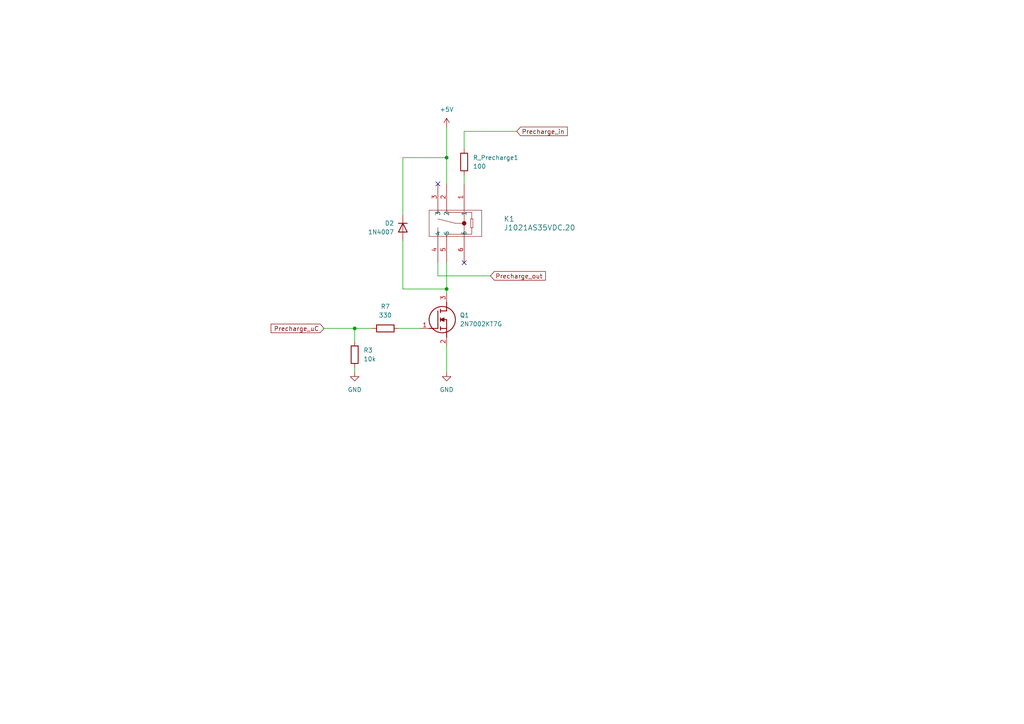
<source format=kicad_sch>
(kicad_sch (version 20250114) (generator "eeschema") (generator_version "9.0")
  (paper "A4")
  (lib_symbols
    (symbol "2N7002KT7G:2N7002KT7G" (pin_names (hide yes))
      (property "Reference" "Q" (at 11.43 3.81 0))
      (property "Value" "2N7002KT7G" (at 11.43 1.27 0))
      (symbol "2N7002KT7G_1_1"
        (polyline (pts (xy 2.54 0) (xy 5.08 0)) (stroke (width 0.254)))
        (polyline (pts (xy 5.08 5.08) (xy 5.08 0)) (stroke (width 0.254)))
        (polyline (pts (xy 5.842 5.588) (xy 5.842 4.572)) (stroke (width 0.254)))
        (polyline (pts (xy 5.842 2.54) (xy 6.858 3.048) (xy 6.858 2.032) (xy 5.842 2.54)) (stroke (width 0.254)) (fill (type outline)))
        (polyline (pts (xy 5.842 2.032) (xy 5.842 3.048)) (stroke (width 0.254)))
        (polyline (pts (xy 5.842 0) (xy 7.62 0)) (stroke (width 0.254)))
        (polyline (pts (xy 5.842 -0.508) (xy 5.842 0.508)) (stroke (width 0.254)))
        (circle (center 6.35 2.54) (radius 3.81) (stroke (width 0.254)))
        (polyline (pts (xy 7.62 5.08) (xy 5.842 5.08)) (stroke (width 0.254)))
        (polyline (pts (xy 7.62 5.08) (xy 7.62 7.62)) (stroke (width 0.254)))
        (polyline (pts (xy 7.62 2.54) (xy 5.842 2.54)) (stroke (width 0.254)))
        (polyline (pts (xy 7.62 2.54) (xy 7.62 -2.54)) (stroke (width 0.254)))
        (pin passive line (at 0 0 0) (length 2.54) (name "G") (number "1"))
        (pin passive line (at 7.62 10.16 270) (length 2.54) (name "D") (number "3"))
        (pin passive line (at 7.62 -5.08 90) (length 2.54) (name "S") (number "2"))
      )
    )
    (symbol "Device:R" (pin_numbers (hide yes)) (pin_names (offset 0))
      (property "Reference" "R" (at 2.032 0 90))
      (property "Value" "R" (at 0 0 90))
      (symbol "R_0_1"
        (rectangle (start -1.016 -2.54) (end 1.016 2.54) (stroke (width 0.254)))
      )
      (symbol "R_1_1"
        (pin passive line (at 0 3.81 270) (length 1.27) (name "~") (number "1"))
        (pin passive line (at 0 -3.81 90) (length 1.27) (name "~") (number "2"))
      )
    )
    (symbol "Diode:1N4007" (pin_numbers (hide yes)) (pin_names (hide yes))
      (property "Reference" "D" (at 0 2.54 0))
      (property "Value" "1N4007" (at 0 -2.54 0))
      (symbol "1N4007_0_1"
        (polyline (pts (xy -1.27 1.27) (xy -1.27 -1.27)) (stroke (width 0.254)))
        (polyline (pts (xy 1.27 1.27) (xy 1.27 -1.27) (xy -1.27 0) (xy 1.27 1.27)) (stroke (width 0.254)))
        (polyline (pts (xy 1.27 0) (xy -1.27 0)))
      )
      (symbol "1N4007_1_1"
        (pin passive line (at -3.81 0 0) (length 2.54) (name "K") (number "1"))
        (pin passive line (at 3.81 0 180) (length 2.54) (name "A") (number "2"))
      )
    )
    (symbol "J1021AS35VDC.20:J1021AS35VDC.20" (pin_names (offset 0.254))
      (property "Reference" "K1" (at 10.1599 6.35 90))
      (property "Value" "J1021AS35VDC.20" (at 12.6999 6.35 90))
      (symbol "J1021AS35VDC.20_0_1"
        (polyline (pts (xy 7.62 5.08) (xy 7.62 -10.16)) (stroke (width 0.127)))
        (polyline (pts (xy 7.62 0) (xy 15.24 0)) (stroke (width 0.127)))
        (polyline (pts (xy 7.62 -5.08) (xy 7.9375 -5.08)) (stroke (width 0.127)))
        (polyline (pts (xy 7.62 -7.62) (xy 7.9375 -7.62)) (stroke (width 0.127)))
        (polyline (pts (xy 7.62 -10.16) (xy 15.24 -10.16)) (stroke (width 0.127)))
        (arc (start 8.255 0.3048) (mid 8.5584 0) (end 8.255 -0.3048) (stroke (width 0.127)))
        (polyline (pts (xy 8.255 2.2225) (xy 8.255 0.3175)) (stroke (width 0.127)))
        (polyline (pts (xy 8.255 2.2225) (xy 10.16 2.2225)) (stroke (width 0.127)))
        (polyline (pts (xy 8.255 -0.3175) (xy 8.255 -4.7752)) (stroke (width 0.127)))
        (circle (center 8.255 -5.08) (radius 0.3048) (stroke (width 0.127)))
        (circle (center 8.255 -7.62) (radius 0.3048) (stroke (width 0.127)))
        (polyline (pts (xy 10.16 2.54) (xy 10.16 1.905)) (stroke (width 0.127)))
        (polyline (pts (xy 10.16 2.54) (xy 12.7 2.54)) (stroke (width 0.127)))
        (polyline (pts (xy 11.43 0) (xy 11.43 -2.54)) (stroke (width 0.127)))
        (circle (center 11.43 0) (radius 0.127) (stroke (width 0.508)))
        (polyline (pts (xy 11.43 -2.54) (xy 10.16 -7.62)) (stroke (width 0.127)))
        (polyline (pts (xy 12.7 2.54) (xy 12.7 1.905)) (stroke (width 0.127)))
        (polyline (pts (xy 12.7 2.2225) (xy 14.605 2.2225)) (stroke (width 0.127)))
        (polyline (pts (xy 12.7 1.905) (xy 10.16 1.905)) (stroke (width 0.127)))
        (polyline (pts (xy 14.2875 -7.62) (xy 12.7 -7.62)) (stroke (width 0.127)))
        (polyline (pts (xy 14.605 2.2225) (xy 14.605 0.3175)) (stroke (width 0.127)))
        (polyline (pts (xy 14.605 -0.3175) (xy 14.605 -4.7752)) (stroke (width 0.127)))
        (circle (center 14.605 -5.08) (radius 0.3048) (stroke (width 0.127)))
        (circle (center 14.605 -7.62) (radius 0.3048) (stroke (width 0.127)))
        (arc (start 14.605 -0.3048) (mid 14.3015 0) (end 14.605 0.3048) (stroke (width 0.127)))
        (polyline (pts (xy 14.9225 -7.62) (xy 15.24 -7.62)) (stroke (width 0.127)))
        (polyline (pts (xy 15.24 5.08) (xy 7.62 5.08)) (stroke (width 0.127)))
        (polyline (pts (xy 15.24 -5.08) (xy 14.9225 -5.08)) (stroke (width 0.127)))
        (polyline (pts (xy 15.24 -10.16) (xy 15.24 5.08)) (stroke (width 0.127)))
        (pin passive line (at 0 0 0) (length 7.62) (name "1") (number "1"))
        (pin passive line (at 0 -5.08 0) (length 7.62) (name "2") (number "2"))
        (pin passive line (at 0 -7.62 0) (length 7.62) (name "3") (number "3"))
        (pin passive line (at 22.86 0 180) (length 7.62) (name "6") (number "6"))
        (pin passive line (at 22.86 -5.08 180) (length 7.62) (name "5") (number "5"))
        (pin passive line (at 22.86 -7.62 180) (length 7.62) (name "4") (number "4"))
      )
    )
    (symbol "power:+5V" (power) (pin_numbers (hide yes)) (pin_names (offset 0) (hide yes))
      (property "Value" "+5V" (at 0 3.556 0))
      (symbol "+5V_0_1"
        (polyline (pts (xy -0.762 1.27) (xy 0 2.54)))
        (polyline (pts (xy 0 2.54) (xy 0.762 1.27)))
        (polyline (pts (xy 0 0) (xy 0 2.54)))
      )
      (symbol "+5V_1_1"
        (pin power_in line (at 0 0 90) (length 0) (name "~") (number "1"))
      )
    )
    (symbol "power:GND" (power) (pin_numbers (hide yes)) (pin_names (offset 0) (hide yes))
      (property "Value" "GND" (at 0 -3.81 0))
      (symbol "GND_0_1"
        (polyline (pts (xy 0 0) (xy 0 -1.27) (xy 1.27 -1.27) (xy 0 -2.54) (xy -1.27 -1.27) (xy 0 -1.27)))
      )
      (symbol "GND_1_1"
        (pin power_in line (at 0 0 270) (length 0) (name "~") (number "1"))
      )
    )
  )
  (junction (at 102.87 95.25))
  (junction (at 129.54 83.82))
  (junction (at 129.54 45.72))
  (no_connect (at 134.62 76.2))
  (no_connect (at 127 53.34))
  (wire (pts (xy 116.84 45.72) (xy 129.54 45.72)))
  (wire (pts (xy 116.84 62.23) (xy 116.84 45.72)))
  (wire (pts (xy 115.57 95.25) (xy 121.92 95.25)))
  (wire (pts (xy 102.87 107.95) (xy 102.87 106.68)))
  (wire (pts (xy 134.62 50.8) (xy 134.62 53.34)))
  (wire (pts (xy 102.87 95.25) (xy 102.87 99.06)))
  (wire (pts (xy 116.84 69.85) (xy 116.84 83.82)))
  (wire (pts (xy 129.54 100.33) (xy 129.54 107.95)))
  (wire (pts (xy 93.98 95.25) (xy 102.87 95.25)))
  (wire (pts (xy 129.54 76.2) (xy 129.54 83.82)))
  (wire (pts (xy 129.54 83.82) (xy 129.54 85.09)))
  (wire (pts (xy 102.87 95.25) (xy 107.95 95.25)))
  (wire (pts (xy 129.54 45.72) (xy 129.54 53.34)))
  (wire (pts (xy 129.54 36.83) (xy 129.54 45.72)))
  (wire (pts (xy 116.84 83.82) (xy 129.54 83.82)))
  (wire (pts (xy 134.62 38.1) (xy 134.62 43.18)))
  (wire (pts (xy 149.86 38.1) (xy 134.62 38.1)))
  (wire (pts (xy 127 76.2) (xy 127 80.01)))
  (wire (pts (xy 127 80.01) (xy 142.24 80.01)))
  (global_label "Precharge_uC" (shape input) (at 93.98 95.25 180) (property "Intersheetrefs" "${INTERSHEET_REFS}" (effects (hide yes))))
  (global_label "Precharge_out" (shape input) (at 142.24 80.01 0) (property "Intersheetrefs" "${INTERSHEET_REFS}" (effects (hide yes))))
  (global_label "Precharge_in" (shape input) (at 149.86 38.1 0) (property "Intersheetrefs" "${INTERSHEET_REFS}" (effects (hide yes))))
  (symbol (lib_id "Device:R") (at 134.62 46.99 0) (unit 1)
    (property "Reference" "R_Precharge1" (at 137.16 45.7199 0) (effects (justify left)))
    (property "Value" "100" (at 137.16 48.2599 0) (effects (justify left)))
    (property "Footprint" "Resistor_SMD:R_2816_7142Metric_Pad3.20x4.45mm_HandSolder" (effects (hide yes)))
    (property "Description" "Resistor" (effects (hide yes)))
  )
  (symbol (lib_id "Device:R") (at 111.76 95.25 270) (unit 1)
    (property "Reference" "R7" (at 111.76 88.9 90))
    (property "Value" "330" (at 111.76 91.44 90))
    (property "Footprint" "Resistor_SMD:R_0603_1608Metric_Pad0.98x0.95mm_HandSolder" (effects (hide yes)))
    (property "Description" "Resistor" (effects (hide yes)))
  )
  (symbol (lib_id "power:GND") (at 102.87 107.95 0) (unit 1)
    (property "Reference" "#PWR09" (effects (hide yes)))
    (property "Value" "GND" (at 102.87 113.03 0))
    (property "Description" "Power symbol creates a global label with name \"GND\" , ground" (effects (hide yes)))
  )
  (symbol (lib_id "power:GND") (at 129.54 107.95 0) (unit 1)
    (property "Reference" "#PWR016" (effects (hide yes)))
    (property "Value" "GND" (at 129.54 113.03 0))
    (property "Description" "Power symbol creates a global label with name \"GND\" , ground" (effects (hide yes)))
  )
  (symbol (lib_id "power:+5V") (at 129.54 36.83 0) (unit 1)
    (property "Reference" "#PWR014" (effects (hide yes)))
    (property "Value" "+5V" (at 129.54 31.75 0))
    (property "Description" "Power symbol creates a global label with name \"+5V\"" (effects (hide yes)))
  )
  (symbol (lib_id "J1021AS35VDC.20:J1021AS35VDC.20") (at 134.62 53.34 270) (unit 1)
    (property "Reference" "K1" (at 146.05 63.5 90) (effects (font (size 1.524 1.524)) (justify left)))
    (property "Value" "J1021AS35VDC.20" (at 146.05 66.04 90) (effects (font (size 1.524 1.524)) (justify left)))
    (property "Footprint" "J1021AS35VDC.20:J1021AS_CRS" (effects (hide yes)))
    (property "Datasheet" "J1021AS35VDC.20" (effects (hide yes)))
  )
  (symbol (lib_id "2N7002KT7G:2N7002KT7G") (at 121.92 95.25 0) (unit 1)
    (property "Reference" "Q1" (at 133.35 91.4399 0) (effects (justify left)))
    (property "Value" "2N7002KT7G" (at 133.35 93.9799 0) (effects (justify left)))
    (property "Footprint" "Package_TO_SOT_SMD:SOT-23-3" (effects (hide yes)))
    (property "Datasheet" "https://www.onsemi.com/pub/Collateral/2N7002K-D.PDF" (effects (hide yes)))
    (property "Description" "ESD Protected; Low RDS(on); Surface Mount Package; This is a Pb-Free Device; RoHS Compliant" (effects (hide yes)))
    (property "Height" "1.11" (effects (hide yes)))
    (property "Mouser Part Number" "863-2N7002KT7G" (effects (hide yes)))
    (property "Mouser Price/Stock" "https://www.mouser.co.uk/ProductDetail/onsemi/2N7002KT7G?qs=l7cgNqFNU1gweht7gPvu6A%3D%3D" (effects (hide yes)))
    (property "Manufacturer_Name" "onsemi" (effects (hide yes)))
    (property "Manufacturer_Part_Number" "2N7002KT7G" (effects (hide yes)))
  )
  (symbol (lib_id "Diode:1N4007") (at 116.84 66.04 90) (mirror x) (unit 1)
    (property "Reference" "D2" (at 114.3 64.7699 90) (effects (justify left)))
    (property "Value" "1N4007" (at 114.3 67.3099 90) (effects (justify left)))
    (property "Footprint" "Diode_SMD:D_SMA" (effects (hide yes)))
    (property "Datasheet" "http://www.vishay.com/docs/88503/1n4001.pdf" (effects (hide yes)))
    (property "Description" "1000V 1A General Purpose Rectifier Diode, DO-41" (effects (hide yes)))
    (property "Sim.Device" "D" (effects (hide yes)))
    (property "Sim.Pins" "1=K 2=A" (effects (hide yes)))
  )
  (symbol (lib_id "Device:R") (at 102.87 102.87 180) (unit 1)
    (property "Reference" "R3" (at 105.41 101.5999 0) (effects (justify right)))
    (property "Value" "10k" (at 105.41 104.1399 0) (effects (justify right)))
    (property "Footprint" "Resistor_SMD:R_0603_1608Metric_Pad0.98x0.95mm_HandSolder" (effects (hide yes)))
    (property "Description" "Resistor" (effects (hide yes)))
  )
)
</source>
